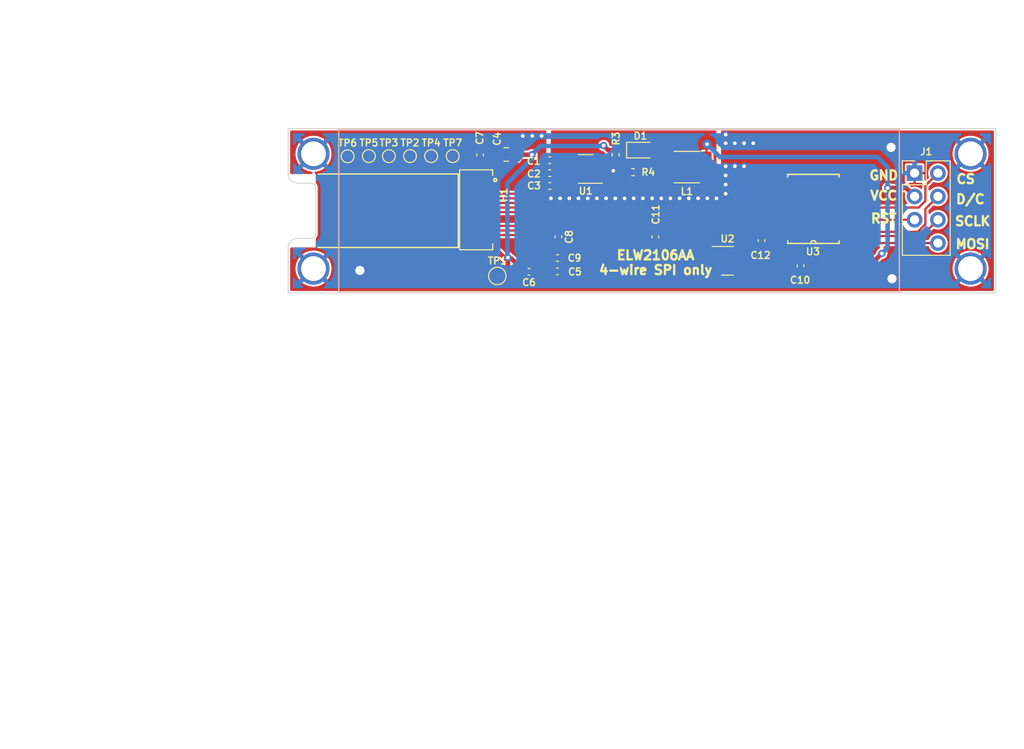
<source format=kicad_pcb>
(kicad_pcb (version 20211014) (generator pcbnew)
  (layers (0 "F.Cu" signal) (31 "B.Cu" signal) (34 "B.Paste" user) (35 "F.Paste" user) (36 "B.SilkS" user "B.Silkscreen") (37 "F.SilkS" user "F.Silkscreen") (38 "B.Mask" user) (39 "F.Mask" user) (44 "Edge.Cuts" user))
  (net 0 "")
  (net 1 "GND")
  (net 2 "+3V3")
  (net 3 "+16V")
  (net 4 "Net-(C9-Pad1)")
  (net 5 "/FRAME_SYNC")
  (net 6 "Net-(D1-Pad2)")
  (net 7 "/OLED_MOSI")
  (net 8 "/OLED_SCLK")
  (net 9 "Net-(R3-Pad2)")
  (net 10 "/OLED_D{slash}C#")
  (net 11 "VCC")
  (net 12 "/OLED_RST")
  (net 13 "/OLED_CS")
  (net 14 "/RESET")
  (net 15 "/D{slash}C")
  (net 16 "/CS")
  (net 17 "/MOSI")
  (net 18 "/SCLK")
  (net 19 "Net-(C5-Pad1)")
  (footprint "Capacitor_SMD:C_0402_1005Metric" (layer "F.Cu") (at 117.16 85.35)
    (fp_text reference "C1" (at -1.749315 0.101533) (layer "F.SilkS") (effects (font (size 0.75 0.75))))
    (fp_text value "1µF")
    (fp_line (start -0.107836 0.36) (end 0.107836 0.36) (layer "F.SilkS") (width 0.12))
    (fp_line (start -0.107836 -0.36) (end 0.107836 -0.36) (layer "F.SilkS") (width 0.12))
    (pad "1" smd roundrect (at -0.48 0) (size 0.56 0.62) (layers "F.Cu" "F.Paste" "F.Mask") (net 1 "GND"))
    (pad "2" smd roundrect (at 0.48 0) (size 0.56 0.62) (layers "F.Cu" "F.Paste" "F.Mask") (net 11 "VCC"))
  )
  (footprint "Diode_SMD:D_SOD-323" (layer "F.Cu") (at 127.025 84.25)
    (fp_text reference "D1" (at 0 -1.55) (layer "F.SilkS") (effects (font (size 0.75 0.75))))
    (fp_text value "1N5819WS")
    (fp_line (start -1.5 -0.85) (end -1.5 0.85) (layer "F.SilkS") (width 0.12))
    (fp_line (start -1.5 0.85) (end 1.05 0.85) (layer "F.SilkS") (width 0.12))
    (fp_line (start -1.5 -0.85) (end 1.05 -0.85) (layer "F.SilkS") (width 0.12))
    (pad "1" smd rect locked (at -1.05 0) (size 0.6 0.45) (layers "F.Cu" "F.Paste" "F.Mask") (net 3 "+16V"))
    (pad "2" smd rect locked (at 1.05 0) (size 0.6 0.45) (layers "F.Cu" "F.Paste" "F.Mask") (net 6 "Net-(D1-Pad2)"))
  )
  (footprint "SN74LVC245ADBRG4:SOP65P780X200-20N" (layer "F.Cu") (at 145.85 90.65 180)
    (fp_text reference "U3" (at 0.05 -4.65 180) (layer "F.SilkS") (effects (font (size 0.75 0.75))))
    (fp_text value "SN74LVC245ADBRG4")
    (fp_line (start 2.794 -3.4798) (end 2.794 -3.7592) (layer "F.SilkS") (width 0.1524))
    (fp_line (start -2.794 -3.7592) (end -2.794 -3.4798) (layer "F.SilkS") (width 0.1524))
    (fp_line (start 2.794 -3.7592) (end 0.3048 -3.7592) (layer "F.SilkS") (width 0.1524))
    (fp_line (start 0.3048 -3.7592) (end -0.3048 -3.7592) (layer "F.SilkS") (width 0.1524))
    (fp_line (start -2.794 3.7592) (end 2.794 3.7592) (layer "F.SilkS") (width 0.1524))
    (fp_line (start -2.794 3.4798) (end -2.794 3.7592) (layer "F.SilkS") (width 0.1524))
    (fp_line (start 2.794 3.7592) (end 2.794 3.4798) (layer "F.SilkS") (width 0.1524))
    (fp_line (start -0.3048 -3.7592) (end -2.794 -3.7592) (layer "F.SilkS") (width 0.1524))
    (fp_arc (start 0.3048 -3.7592) (mid 0 -3.4544) (end -0.3048 -3.7592) (layer "F.SilkS") (width 0.1524))
    (pad "1" smd rect locked (at -3.6322 -2.921 180) (size 1.651 0.4318) (layers "F.Cu" "F.Paste" "F.Mask") (net 1 "GND"))
    (pad "2" smd rect locked (at -3.6322 -2.286 180) (size 1.651 0.4318) (layers "F.Cu" "F.Paste" "F.Mask") (net 17 "/MOSI"))
    (pad "3" smd rect locked (at -3.6322 -1.6256 180) (size 1.651 0.4318) (layers "F.Cu" "F.Paste" "F.Mask") (net 18 "/SCLK"))
    (pad "4" smd rect locked (at -3.6322 -0.9652 180) (size 1.651 0.4318) (layers "F.Cu" "F.Paste" "F.Mask") (net 15 "/D{slash}C"))
    (pad "5" smd rect locked (at -3.6322 -0.3302 180) (size 1.651 0.4318) (layers "F.Cu" "F.Paste" "F.Mask") (net 14 "/RESET"))
    (pad "6" smd rect locked (at -3.6322 0.3302 180) (size 1.651 0.4318) (layers "F.Cu" "F.Paste" "F.Mask") (net 16 "/CS"))
    (pad "7" smd rect locked (at -3.6322 0.9652 180) (size 1.651 0.4318) (layers "F.Cu" "F.Paste" "F.Mask") (net 1 "GND"))
    (pad "8" smd rect locked (at -3.6322 1.6256 180) (size 1.651 0.4318) (layers "F.Cu" "F.Paste" "F.Mask") (net 1 "GND"))
    (pad "9" smd rect locked (at -3.6322 2.286 180) (size 1.651 0.4318) (layers "F.Cu" "F.Paste" "F.Mask") (net 1 "GND"))
    (pad "10" smd rect locked (at -3.6322 2.921 180) (size 1.651 0.4318) (layers "F.Cu" "F.Paste" "F.Mask") (net 1 "GND"))
    (pad "11" smd rect locked (at 3.6322 2.921 180) (size 1.651 0.4318) (layers "F.Cu" "F.Paste" "F.Mask") (net 1 "GND"))
    (pad "12" smd rect locked (at 3.6322 2.286 180) (size 1.651 0.4318) (layers "F.Cu" "F.Paste" "F.Mask") (net 1 "GND"))
    (pad "13" smd rect locked (at 3.6322 1.6256 180) (size 1.651 0.4318) (layers "F.Cu" "F.Paste" "F.Mask") (net 1 "GND"))
    (pad "14" smd rect locked (at 3.6322 0.9652 180) (size 1.651 0.4318) (layers "F.Cu" "F.Paste" "F.Mask") (net 13 "/OLED_CS"))
    (pad "15" smd rect locked (at 3.6322 0.3302 180) (size 1.651 0.4318) (layers "F.Cu" "F.Paste" "F.Mask") (net 12 "/OLED_RST"))
    (pad "16" smd rect locked (at 3.6322 -0.3302 180) (size 1.651 0.4318) (layers "F.Cu" "F.Paste" "F.Mask") (net 10 "/OLED_D{slash}C#"))
    (pad "17" smd rect locked (at 3.6322 -0.9652 180) (size 1.651 0.4318) (layers "F.Cu" "F.Paste" "F.Mask") (net 8 "/OLED_SCLK"))
    (pad "18" smd rect locked (at 3.6322 -1.6256 180) (size 1.651 0.4318) (layers "F.Cu" "F.Paste" "F.Mask") (net 7 "/OLED_MOSI"))
    (pad "19" smd rect locked (at 3.6322 -2.286 180) (size 1.651 0.4318) (layers "F.Cu" "F.Paste" "F.Mask") (net 1 "GND"))
    (pad "20" smd rect locked (at 3.6322 -2.921 180) (size 1.651 0.4318) (layers "F.Cu" "F.Paste" "F.Mask") (net 2 "+3V3"))
  )
  (footprint "TestPoint:TestPoint_Pad_D1.0mm" (layer "F.Cu") (at 97.473529 84.9)
    (fp_text reference "TP5" (at 0 -1.448) (layer "F.SilkS") (effects (font (size 0.75 0.75))))
    (fp_text value "TestPoint")
    (fp_circle (center 0 0) (end 0 0.7) (layer "F.SilkS") (width 0.12) (fill none))
    (pad "1" smd circle (at 0 0) (size 1 1) (layers "F.Cu" "F.Mask") (net 8 "/OLED_SCLK"))
  )
  (footprint "Inductor_SMD:L_1812_4532Metric" (layer "F.Cu") (at 132.075 86.1 180)
    (fp_text reference "L1" (at 0 -2.65) (layer "F.SilkS") (effects (font (size 0.75 0.75))))
    (fp_text value "22µH")
    (fp_line (start -1.386252 1.71) (end 1.386252 1.71) (layer "F.SilkS") (width 0.12))
    (fp_line (start -1.386252 -1.71) (end 1.386252 -1.71) (layer "F.SilkS") (width 0.12))
    (pad "1" smd roundrect (at -2.1375 0 180) (size 1.125 3.4) (layers "F.Cu" "F.Paste" "F.Mask") (roundrect_rratio 0.2222222222) (net 11 "VCC"))
    (pad "2" smd roundrect (at 2.1375 0 180) (size 1.125 3.4) (layers "F.Cu" "F.Paste" "F.Mask") (roundrect_rratio 0.2222222222) (net 6 "Net-(D1-Pad2)"))
  )
  (footprint "Capacitor_SMD:C_0402_1005Metric" (layer "F.Cu") (at 144.45 96.85 90)
    (fp_text reference "C10" (at -1.55 -0.05) (layer "F.SilkS") (effects (font (size 0.75 0.75))))
    (fp_text value "1µF")
    (fp_line (start -0.107836 -0.36) (end 0.107836 -0.36) (layer "F.SilkS") (width 0.12))
    (fp_line (start -0.107836 0.36) (end 0.107836 0.36) (layer "F.SilkS") (width 0.12))
    (pad "1" smd roundrect (at -0.48 0 90) (size 0.56 0.62) (layers "F.Cu" "F.Paste" "F.Mask") (net 1 "GND"))
    (pad "2" smd roundrect (at 0.48 0 90) (size 0.56 0.62) (layers "F.Cu" "F.Paste" "F.Mask") (net 11 "VCC"))
  )
  (footprint "Capacitor_SMD:C_0402_1005Metric" (layer "F.Cu") (at 109.575 84.775 -90)
    (fp_text reference "C7" (at -1.85 0.025 90) (layer "F.SilkS") (effects (font (size 0.75 0.75))))
    (fp_text value "4.7µF")
    (fp_line (start -0.107836 0.36) (end 0.107836 0.36) (layer "F.SilkS") (width 0.12))
    (fp_line (start -0.107836 -0.36) (end 0.107836 -0.36) (layer "F.SilkS") (width 0.12))
    (pad "1" smd roundrect (at -0.48 0 270) (size 0.56 0.62) (layers "F.Cu" "F.Paste" "F.Mask") (net 1 "GND"))
    (pad "2" smd roundrect (at 0.48 0 270) (size 0.56 0.62) (layers "F.Cu" "F.Paste" "F.Mask") (net 3 "+16V"))
  )
  (footprint "Resistor_SMD:R_0402_1005Metric" (layer "F.Cu") (at 124.325 84.75 -90)
    (fp_text reference "R3" (at -1.75 -0.05 90) (layer "F.SilkS") (effects (font (size 0.75 0.75))))
    (fp_text value "1.4M")
    (fp_line (start -0.153641 -0.38) (end 0.153641 -0.38) (layer "F.SilkS") (width 0.12))
    (fp_line (start -0.153641 0.38) (end 0.153641 0.38) (layer "F.SilkS") (width 0.12))
    (pad "1" smd roundrect (at -0.51 0 270) (size 0.54 0.64) (layers "F.Cu" "F.Paste" "F.Mask") (net 3 "+16V"))
    (pad "2" smd roundrect (at 0.51 0 270) (size 0.54 0.64) (layers "F.Cu" "F.Paste" "F.Mask") (net 9 "Net-(R3-Pad2)"))
  )
  (footprint "Resistor_SMD:R_0402_1005Metric" (layer "F.Cu") (at 126.225 86.65 180)
    (fp_text reference "R4" (at -1.65 0) (layer "F.SilkS") (effects (font (size 0.75 0.75))))
    (fp_text value "71.5k")
    (fp_line (start -0.153641 0.38) (end 0.153641 0.38) (layer "F.SilkS") (width 0.12))
    (fp_line (start -0.153641 -0.38) (end 0.153641 -0.38) (layer "F.SilkS") (width 0.12))
    (pad "1" smd roundrect (at -0.51 0 180) (size 0.54 0.64) (layers "F.Cu" "F.Paste" "F.Mask") (net 9 "Net-(R3-Pad2)"))
    (pad "2" smd roundrect (at 0.51 0 180) (size 0.54 0.64) (layers "F.Cu" "F.Paste" "F.Mask") (net 1 "GND"))
  )
  (footprint "ELW2106AA:MOLEX_503480-1400" (layer "F.Cu") (at 109.15 90.75 -90)
    (fp_text reference "H1" (at -1.611205 -3.010235 90) (layer "F.SilkS") (effects (font (size 0.75 0.75))))
    (fp_text value "ELW2106AA")
    (fp_line (start 3.7 -1.8) (end 4.35 -1.8) (layer "F.SilkS") (width 0.127))
    (fp_line (start -4.35 1.8) (end 4.35 1.8) (layer "F.SilkS") (width 0.127))
    (fp_line (start -3.75 -1.8) (end -4.35 -1.8) (layer "F.SilkS") (width 0.127))
    (fp_line (start -4.35 -1.8) (end -4.35 1.8) (layer "F.SilkS") (width 0.127))
    (fp_line (start 4.35 -1.8) (end 4.35 1.8) (layer "F.SilkS") (width 0.127))
    (fp_circle (center -3.25 -2.073) (end -3.175 -2.073) (layer "F.SilkS") (width 0.175) (fill none))
    (pad "1" smd rect (at -3.25 -1.5 270) (size 0.3 0.7) (layers "F.Cu" "F.Paste" "F.Mask") (net 3 "+16V"))
    (pad "2" smd rect (at -2.75 -1.5 270) (size 0.3 0.7) (layers "F.Cu" "F.Paste" "F.Mask") (net 1 "GND"))
    (pad "3" smd rect (at -2.25 -1.5 270) (size 0.3 0.7) (layers "F.Cu" "F.Paste" "F.Mask") (net 5 "/FRAME_SYNC"))
    (pad "4" smd rect (at -1.75 -1.5 270) (size 0.3 0.7) (layers "F.Cu" "F.Paste" "F.Mask") (net 13 "/OLED_CS"))
    (pad "5" smd rect (at -1.25 -1.5 270) (size 0.3 0.7) (layers "F.Cu" "F.Paste" "F.Mask") (net 12 "/OLED_RST"))
    (pad "6" smd rect (at -0.75 -1.5 270) (size 0.3 0.7) (layers "F.Cu" "F.Paste" "F.Mask") (net 10 "/OLED_D{slash}C#"))
    (pad "7" smd rect (at -0.25 -1.5 270) (size 0.3 0.7) (layers "F.Cu" "F.Paste" "F.Mask") (net 8 "/OLED_SCLK"))
    (pad "8" smd rect (at 0.25 -1.5 270) (size 0.3 0.7) (layers "F.Cu" "F.Paste" "F.Mask") (net 7 "/OLED_MOSI"))
    (pad "9" smd rect (at 0.75 -1.5 270) (size 0.3 0.7) (layers "F.Cu" "F.Paste" "F.Mask") (net 1 "GND"))
    (pad "10" smd rect (at 1.25 -1.5 270) (size 0.3 0.7) (layers "F.Cu" "F.Paste" "F.Mask") (net 1 "GND"))
    (pad "11" smd rect (at 1.75 -1.5 270) (size 0.3 0.7) (layers "F.Cu" "F.Paste" "F.Mask") (net 2 "+3V3"))
    (pad "12" smd rect (at 2.25 -1.5 270) (size 0.3 0.7) (layers "F.Cu" "F.Paste" "F.Mask") (net 4 "Net-(C9-Pad1)"))
    (pad "13" smd rect (at 2.75 -1.5 270) (size 0.3 0.7) (layers "F.Cu" "F.Paste" "F.Mask") (net 19 "Net-(C5-Pad1)"))
    (pad "14" smd rect (at 3.25 -1.5 270) (size 0.3 0.7) (layers "F.Cu" "F.Paste" "F.Mask") (net 3 "+16V"))
    (pad "S1" smd rect (at -4.04 1.15 270) (size 0.3 1) (layers "F.Cu" "F.Paste" "F.Mask"))
    (pad "S2" smd rect (at 4.04 1.15 270) (size 0.3 1) (layers "F.Cu" "F.Paste" "F.Mask"))
  )
  (footprint "TestPoint:TestPoint_Pad_D1.0mm" (layer "F.Cu") (at 99.65 84.9)
    (fp_text reference "TP3" (at 0 -1.448) (layer "F.SilkS") (effects (font (size 0.75 0.75))))
    (fp_text value "TestPoint")
    (fp_circle (center 0 0) (end 0 0.7) (layer "F.SilkS") (width 0.12) (fill none))
    (pad "1" smd circle (at 0 0) (size 1 1) (layers "F.Cu" "F.Mask") (net 10 "/OLED_D{slash}C#"))
  )
  (footprint "Capacitor_SMD:C_0402_1005Metric" (layer "F.Cu") (at 117.16 88.15)
    (fp_text reference "C3" (at -1.71 -0.025) (layer "F.SilkS") (effects (font (size 0.75 0.75))))
    (fp_text value "1µF")
    (fp_line (start -0.107836 -0.36) (end 0.107836 -0.36) (layer "F.SilkS") (width 0.12))
    (fp_line (start -0.107836 0.36) (end 0.107836 0.36) (layer "F.SilkS") (width 0.12))
    (pad "1" smd roundrect (at -0.48 0) (size 0.56 0.62) (layers "F.Cu" "F.Paste" "F.Mask") (net 1 "GND"))
    (pad "2" smd roundrect (at 0.48 0) (size 0.56 0.62) (layers "F.Cu" "F.Paste" "F.Mask") (net 11 "VCC"))
  )
  (footprint "Package_TO_SOT_SMD:SOT-23-6" (layer "F.Cu") (at 121.075 86.3 180)
    (fp_text reference "U1" (at 0 -2.4) (layer "F.SilkS") (effects (font (size 0.75 0.75))))
    (fp_text value "MT3608")
    (fp_line (start 0 -1.56) (end 0.8 -1.56) (layer "F.SilkS") (width 0.12))
    (fp_line (start 0 -1.56) (end -1.8 -1.56) (layer "F.SilkS") (width 0.12))
    (fp_line (start 0 1.56) (end -0.8 1.56) (layer "F.SilkS") (width 0.12))
    (fp_line (start 0 1.56) (end 0.8 1.56) (layer "F.SilkS") (width 0.12))
    (pad "1" smd roundrect locked (at -1.1375 -0.95 180) (size 1.325 0.6) (layers "F.Cu" "F.Paste" "F.Mask") (net 6 "Net-(D1-Pad2)"))
    (pad "2" smd roundrect locked (at -1.1375 0 180) (size 1.325 0.6) (layers "F.Cu" "F.Paste" "F.Mask") (net 1 "GND"))
    (pad "3" smd roundrect locked (at -1.1375 0.95 180) (size 1.325 0.6) (layers "F.Cu" "F.Paste" "F.Mask") (net 9 "Net-(R3-Pad2)"))
    (pad "4" smd roundrect locked (at 1.1375 0.95 180) (size 1.325 0.6) (layers "F.Cu" "F.Paste" "F.Mask") (net 11 "VCC"))
    (pad "5" smd roundrect locked (at 1.1375 0 180) (size 1.325 0.6) (layers "F.Cu" "F.Paste" "F.Mask") (net 11 "VCC"))
    (pad "6" smd roundrect locked (at 1.1375 -0.95 180) (size 1.325 0.6) (layers "F.Cu" "F.Paste" "F.Mask"))
  )
  (footprint "Capacitor_SMD:C_0402_1005Metric" (layer "F.Cu") (at 114.9 97.5 180)
    (fp_text reference "C6" (at 0 -1.16) (layer "F.SilkS") (effects (font (size 0.75 0.75))))
    (fp_text value "4.7µF")
    (fp_line (start -0.107836 -0.36) (end 0.107836 -0.36) (layer "F.SilkS") (width 0.12))
    (fp_line (start -0.107836 0.36) (end 0.107836 0.36) (layer "F.SilkS") (width 0.12))
    (pad "1" smd roundrect (at -0.48 0 180) (size 0.56 0.62) (layers "F.Cu" "F.Paste" "F.Mask") (net 1 "GND"))
    (pad "2" smd roundrect (at 0.48 0 180) (size 0.56 0.62) (layers "F.Cu" "F.Paste" "F.Mask") (net 3 "+16V"))
  )
  (footprint "Capacitor_SMD:C_0805_2012Metric" (layer "F.Cu") (at 112.425 84.725)
    (fp_text reference "C4" (at -1 -1.7 90) (layer "F.SilkS") (effects (font (size 0.75 0.75))))
    (fp_text value "22µF")
    (fp_line (start -0.261252 0.735) (end 0.261252 0.735) (layer "F.SilkS") (width 0.12))
    (fp_line (start -0.261252 -0.735) (end 0.261252 -0.735) (layer "F.SilkS") (width 0.12))
    (pad "1" smd roundrect locked (at -0.95 0) (size 1 1.45) (layers "F.Cu" "F.Paste" "F.Mask") (net 1 "GND"))
    (pad "2" smd roundrect locked (at 0.95 0) (size 1 1.45) (layers "F.Cu" "F.Paste" "F.Mask") (net 3 "+16V"))
  )
  (footprint "TestPoint:TestPoint_Pad_D1.0mm" (layer "F.Cu") (at 104.25 84.9)
    (fp_text reference "TP4" (at 0 -1.448) (layer "F.SilkS") (effects (font (size 0.75 0.75))))
    (fp_text value "TestPoint")
    (fp_circle (center 0 0) (end 0 0.7) (layer "F.SilkS") (width 0.12) (fill none))
    (pad "1" smd circle (at 0 0) (size 1 1) (layers "F.Cu" "F.Mask") (net 13 "/OLED_CS"))
  )
  (footprint "TestPoint:TestPoint_Pad_D1.0mm" (layer "F.Cu") (at 101.95 84.9)
    (fp_text reference "TP2" (at 0 -1.448) (layer "F.SilkS") (effects (font (size 0.75 0.75))))
    (fp_text value "TestPoint")
    (fp_circle (center 0 0) (end 0 0.7) (layer "F.SilkS") (width 0.12) (fill none))
    (pad "1" smd circle (at 0 0) (size 1 1) (layers "F.Cu" "F.Mask") (net 12 "/OLED_RST"))
  )
  (footprint "TestPoint:TestPoint_Pad_D1.0mm" (layer "F.Cu") (at 106.6 84.9)
    (fp_text reference "TP7" (at 0 -1.448) (layer "F.SilkS") (effects (font (size 0.75 0.75))))
    (fp_text value "TestPoint")
    (fp_circle (center 0 0) (end 0 0.7) (layer "F.SilkS") (width 0.12) (fill none))
    (pad "1" smd circle (at 0 0) (size 1 1) (layers "F.Cu" "F.Mask") (net 5 "/FRAME_SYNC"))
  )
  (footprint "Capacitor_SMD:C_0402_1005Metric" (layer "F.Cu") (at 118.1 93.7 -90)
    (fp_text reference "C8" (at 0 -1.16 90) (layer "F.SilkS") (effects (font (size 0.75 0.75))))
    (fp_text value "1µF")
    (fp_line (start -0.107836 -0.36) (end 0.107836 -0.36) (layer "F.SilkS") (width 0.12))
    (fp_line (start -0.107836 0.36) (end 0.107836 0.36) (layer "F.SilkS") (width 0.12))
    (pad "1" smd roundrect (at -0.48 0 270) (size 0.56 0.62) (layers "F.Cu" "F.Paste" "F.Mask") (net 2 "+3V3"))
    (pad "2" smd roundrect (at 0.48 0 270) (size 0.56 0.62) (layers "F.Cu" "F.Paste" "F.Mask") (net 1 "GND"))
  )
  (footprint "Capacitor_SMD:C_0402_1005Metric" (layer "F.Cu") (at 117.16 86.75)
    (fp_text reference "C2" (at -1.722979 0.088549) (layer "F.SilkS") (effects (font (size 0.75 0.75))))
    (fp_text value "1µF")
    (fp_line (start -0.107836 0.36) (end 0.107836 0.36) (layer "F.SilkS") (width 0.12))
    (fp_line (start -0.107836 -0.36) (end 0.107836 -0.36) (layer "F.SilkS") (width 0.12))
    (pad "1" smd roundrect (at -0.48 0) (size 0.56 0.62) (layers "F.Cu" "F.Paste" "F.Mask") (net 1 "GND"))
    (pad "2" smd roundrect (at 0.48 0) (size 0.56 0.62) (layers "F.Cu" "F.Paste" "F.Mask") (net 11 "VCC"))
  )
  (footprint "Capacitor_SMD:C_0402_1005Metric" (layer "F.Cu") (at 118 97.45)
    (fp_text reference "C5" (at 1.9 0.05) (layer "F.SilkS") (effects (font (size 0.75 0.75))))
    (fp_text value "4.7µF")
    (fp_line (start -0.107836 0.36) (end 0.107836 0.36) (layer "F.SilkS") (width 0.12))
    (fp_line (start -0.107836 -0.36) (end 0.107836 -0.36) (layer "F.SilkS") (width 0.12))
    (pad "1" smd roundrect (at -0.48 0) (size 0.56 0.62) (layers "F.Cu" "F.Paste" "F.Mask") (net 19 "Net-(C5-Pad1)"))
    (pad "2" smd roundrect (at 0.48 0) (size 0.56 0.62) (layers "F.Cu" "F.Paste" "F.Mask") (net 1 "GND"))
  )
  (footprint "TestPoint:TestPoint_Pad_D1.0mm" (layer "F.Cu") (at 95.165 84.92)
    (fp_text reference "TP6" (at 0 -1.448) (layer "F.SilkS") (effects (font (size 0.75 0.75))))
    (fp_text value "TestPoint")
    (fp_circle (center 0 0) (end 0 0.7) (layer "F.SilkS") (width 0.12) (fill none))
    (pad "1" smd circle (at 0 0) (size 1 1) (layers "F.Cu" "F.Mask") (net 7 "/OLED_MOSI"))
  )
  (footprint "Package_TO_SOT_SMD:SOT-23" (layer "F.Cu") (at 136.5 96.3)
    (fp_text reference "U2" (at 0 -2.4) (layer "F.SilkS") (effects (font (size 0.75 0.75))))
    (fp_text value "XC6206P332MR")
    (fp_line (start 0 1.56) (end -0.65 1.56) (layer "F.SilkS") (width 0.12))
    (fp_line (start 0 -1.56) (end 0.65 -1.56) (layer "F.SilkS") (width 0.12))
    (fp_line (start 0 1.56) (end 0.65 1.56) (layer "F.SilkS") (width 0.12))
    (fp_line (start 0 -1.56) (end -1.675 -1.56) (layer "F.SilkS") (width 0.12))
    (pad "1" smd roundrect (at -0.9375 -0.95) (size 1.475 0.6) (layers "F.Cu" "F.Paste" "F.Mask") (net 1 "GND"))
    (pad "2" smd roundrect (at -0.9375 0.95) (size 1.475 0.6) (layers "F.Cu" "F.Paste" "F.Mask") (net 2 "+3V3"))
    (pad "3" smd roundrect (at 0.9375 0) (size 1.475 0.6) (layers "F.Cu" "F.Paste" "F.Mask") (net 11 "VCC"))
  )
  (footprint "Capacitor_SMD:C_0402_1005Metric" (layer "F.Cu") (at 140.2 94.1 90)
    (fp_text reference "C12" (at -1.6 -0.1 180) (layer "F.SilkS") (effects (font (size 0.75 0.75))))
    (fp_text value "100nF")
    (fp_line (start -0.107836 -0.36) (end 0.107836 -0.36) (layer "F.SilkS") (width 0.12))
    (fp_line (start -0.107836 0.36) (end 0.107836 0.36) (layer "F.SilkS") (width 0.12))
    (pad "1" smd roundrect (at -0.48 0 90) (size 0.56 0.62) (layers "F.Cu" "F.Paste" "F.Mask") (net 1 "GND"))
    (pad "2" smd roundrect (at 0.48 0 90) (size 0.56 0.62) (layers "F.Cu" "F.Paste" "F.Mask") (net 2 "+3V3"))
  )
  (footprint "Capacitor_SMD:C_0402_1005Metric" (layer "F.Cu") (at 118 96)
    (fp_text reference "C9" (at 1.85 0) (layer "F.SilkS") (effects (font (size 0.75 0.75))))
    (fp_text value "1µF")
    (fp_line (start -0.107836 -0.36) (end 0.107836 -0.36) (layer "F.SilkS") (width 0.12))
    (fp_line (start -0.107836 0.36) (end 0.107836 0.36) (layer "F.SilkS") (width 0.12))
    (pad "1" smd roundrect (at -0.48 0) (size 0.56 0.62) (layers "F.Cu" "F.Paste" "F.Mask") (net 4 "Net-(C9-Pad1)"))
    (pad "2" smd roundrect (at 0.48 0) (size 0.56 0.62) (layers "F.Cu" "F.Paste" "F.Mask") (net 1 "GND"))
  )
  (footprint "TestPoint:TestPoint_Pad_D1.5mm" (layer "F.Cu") (at 111.45 97.95)
    (fp_text reference "TP1" (at 0 -1.648) (layer "F.SilkS") (effects (font (size 0.75 0.75))))
    (fp_text value "TestPoint")
    (fp_circle (center 0 0) (end 0 0.95) (layer "F.SilkS") (width 0.12) (fill none))
    (pad "1" smd circle (at 0 0) (size 1.5 1.5) (layers "F.Cu" "F.Mask") (net 3 "+16V"))
  )
  (footprint "custom:PinHeader_2x04_P2.54mm_Vertical-custom" (layer "F.Cu") (at 156.86 86.75)
    (fp_text reference "J1" (at 1.27 -2.33) (layer "F.SilkS") (effects (font (size 0.75 0.75))))
    (fp_text value "Conn_02x04_Male-custom")
    (fp_line (start -1.33 1.27) (end 1.27 1.27) (layer "F.SilkS") (width 0.12))
    (fp_line (start 3.87 -1.33) (end 3.87 8.95) (layer "F.SilkS") (width 0.12))
    (fp_line (start -1.33 8.95) (end 3.87 8.95) (layer "F.SilkS") (width 0.12))
    (fp_line (start -1.33 0) (end -1.33 -1.33) (layer "F.SilkS") (width 0.12))
    (fp_line (start -1.33 1.27) (end -1.33 8.95) (layer "F.SilkS") (width 0.12))
    (fp_line (start 1.27 1.27) (end 1.27 -1.33) (layer "F.SilkS") (width 0.12))
    (fp_line (start -1.33 -1.33) (end 0 -1.33) (layer "F.SilkS") (width 0.12))
    (fp_line (start 1.27 -1.33) (end 3.87 -1.33) (layer "F.SilkS") (width 0.12))
    (pad "1" thru_hole rect (at 0 0) (size 1.7 1.7) (drill 1) (layers *.Cu *.Mask) (net 1 "GND"))
    (pad "2" thru_hole oval (at 0 2.54) (size 1.7 1.7) (drill 1) (layers *.Cu *.Mask) (net 11 "VCC"))
    (pad "3" thru_hole oval (at 0 5.08) (size 1.7 1.7) (drill 1) (layers *.Cu *.Mask) (net 14 "/RESET"))
    (pad "4" thru_hole oval (at 2.54 0) (size 1.7 1.7) (drill 1) (layers *.Cu *.Mask) (net 16 "/CS"))
    (pad "5" thru_hole oval (at 2.54 2.54) (size 1.7 1.7) (drill 1) (layers *.Cu *.Mask) (net 15 "/D{slash}C"))
    (pad "6" thru_hole oval (at 2.54 5.08) (size 1.7 1.7) (drill 1) (layers *.Cu *.Mask) (net 18 "/SCLK"))
    (pad "7" thru_hole oval (at 2.54 7.62) (size 1.7 1.7) (drill 1) (layers *.Cu *.Mask) (net 17 "/MOSI"))
  )
  (footprint "Capacitor_SMD:C_0402_1005Metric" (layer "F.Cu") (at 128.65 93.7 90)
    (fp_text reference "C11" (at 2.45 0.05 90) (layer "F.SilkS") (effects (font (size 0.75 0.75))))
    (fp_text value "1µF")
    (fp_line (start -0.107836 0.36) (end 0.107836 0.36) (layer "F.SilkS") (width 0.12))
    (fp_line (start -0.107836 -0.36) (end 0.107836 -0.36) (layer "F.SilkS") (width 0.12))
    (pad "1" smd roundrect (at -0.48 0 90) (size 0.56 0.62) (layers "F.Cu" "F.Paste" "F.Mask") (net 1 "GND"))
    (pad "2" smd roundrect (at 0.48 0 90) (size 0.56 0.62) (layers "F.Cu" "F.Paste" "F.Mask") (net 2 "+3V3"))
  )
  (footprint "custom:MountingHole_2.7mm_M2.5_Custom_Pad" (layer "B.Cu") (at 162.95 84.65 180)
    (fp_text reference "MH4" hide)
    (fp_text value "MountingHole_Pad" hide)
    (pad "1" thru_hole circle (at 0 0 180) (size 3.5 3.5) (drill 2.7) (layers *.Cu *.Mask) (net 1 "GND"))
  )
  (footprint "custom:MountingHole_2.7mm_M2.5_Custom_Pad" (layer "B.Cu") (at 91.45 97.15 180)
    (fp_text reference "MH1" hide)
    (fp_text value "MountingHole_Pad" hide)
    (pad "1" thru_hole circle (at 0 0 180) (size 3.5 3.5) (drill 2.7) (layers *.Cu *.Mask) (net 1 "GND"))
  )
  (footprint "custom:MountingHole_2.7mm_M2.5_Custom_Pad" (layer "B.Cu") (at 162.95 97.15 180)
    (fp_text reference "MH3" hide)
    (fp_text value "MountingHole_Pad" hide)
    (pad "1" thru_hole circle (at 0 0 180) (size 3.5 3.5) (drill 2.7) (layers *.Cu *.Mask) (net 1 "GND"))
  )
  (footprint "custom:MountingHole_2.7mm_M2.5_Custom_Pad" (layer "B.Cu") (at 91.45 84.65 180)
    (fp_text reference "MH2" hide)
    (fp_text value "MountingHole_Pad" hide)
    (pad "1" thru_hole circle (at 0 0 180) (size 3.5 3.5) (drill 2.7) (layers *.Cu *.Mask) (net 1 "GND"))
  )
  (gr_rect (start 94.2 99.722145) (end 155.2 81.977856) (layer "B.SilkS") (width 0.15) (fill none))
  (gr_line (start 107.2 94.85) (end 107.2 86.85) (layer "F.SilkS") (width 0.15))
  (gr_line (start 91.95 94.85) (end 107.2 94.85) (layer "F.SilkS") (width 0.15))
  (gr_line (start 107.2 86.85) (end 91.95 86.85) (layer "F.SilkS") (width 0.15))
  (gr_line (start 165.7 81.9) (end 88.7 81.9) (layer "Edge.Cuts") (width 0.1))
  (gr_line (start 91.7 88.35) (end 91.7 93.35) (layer "Edge.Cuts") (width 0.1))
  (gr_arc (start 91.7 93.35) (mid 91.553553 93.703553) (end 91.2 93.85) (layer "Edge.Cuts") (width 0.1))
  (gr_line (start 88.7 99.8) (end 165.7 99.8) (layer "Edge.Cuts") (width 0.1))
  (gr_line (start 91.2 93.85) (end 89.7 93.85) (layer "Edge.Cuts") (width 0.1))
  (gr_arc (start 91.2 87.85) (mid 91.553553 87.996447) (end 91.7 88.35) (layer "Edge.Cuts") (width 0.1))
  (gr_line (start 88.7 99.8) (end 88.7 94.85) (layer "Edge.Cuts") (width 0.1))
  (gr_line (start 165.7 99.8) (end 165.7 81.9) (layer "Edge.Cuts") (width 0.1))
  (gr_line (start 91.2 87.85) (end 89.7 87.85) (layer "Edge.Cuts") (width 0.1))
  (gr_arc (start 88.7 94.85) (mid 88.992893 94.142893) (end 89.7 93.85) (layer "Edge.Cuts") (width 0.1))
  (gr_arc (start 89.7 87.85) (mid 88.992893 87.557107) (end 88.7 86.85) (layer "Edge.Cuts") (width 0.1))
  (gr_line (start 88.7 86.85) (end 88.7 81.9) (layer "Edge.Cuts") (width 0.1))
  (gr_text "ELW2106AA\n4-wire SPI only" (at 128.675 96.5) (layer "F.SilkS") (effects (font (size 1 1) (thickness 0.25))))
  (gr_text "GND" (at 153.5 87) (layer "F.SilkS") (effects (font (size 1 1) (thickness 0.25))))
  (gr_text "D/C\n" (at 162.925 89.6) (layer "F.SilkS") (effects (font (size 1 1) (thickness 0.25))))
  (gr_text "CS" (at 162.425 87.4) (layer "F.SilkS") (effects (font (size 1 1) (thickness 0.25))))
  (gr_text "RST" (at 153.5 91.7) (layer "F.SilkS") (effects (font (size 1 1) (thickness 0.25))))
  (gr_text "SCLK\n" (at 163.175 91.988205) (layer "F.SilkS") (effects (font (size 1 1) (thickness 0.25))))
  (gr_text "VCC" (at 153.5 89.2) (layer "F.SilkS") (effects (font (size 1 1) (thickness 0.25))))
  (gr_text "MOSI\n" (at 163.175 94.488205) (layer "F.SilkS") (effects (font (size 1 1) (thickness 0.25))))
  (segment (start 110.65 91.5) (end 110.65 92) (width 0.25) (layer "F.Cu") (net 1))
  (segment (start 124.075 86.5) (end 124.225 86.65) (width 0.25) (layer "F.Cu") (net 1))
  (segment (start 124.075 86.5) (end 123.875 86.3) (width 0.25) (layer "F.Cu") (net 1))
  (segment (start 124.225 86.65) (end 125.715 86.65) (width 0.25) (layer "F.Cu") (net 1))
  (segment (start 123.875 86.3) (end 122.5995 86.3) (width 0.25) (layer "F.Cu") (net 1))
  (via (at 122.288196 89.5) (size 0.8) (drill 0.4) (layers "F.Cu" "B.Cu") (net 1))
  (via (at 136.3 82.560414) (size 0.8) (drill 0.4) (layers "F.Cu" "B.Cu") (net 1))
  (via (at 139.3 83.5) (size 0.8) (drill 0.4) (layers "F.Cu" "B.Cu") (net 1))
  (via (at 138.3 86) (size 0.8) (drill 0.4) (layers "F.Cu" "B.Cu") (net 1))
  (via (at 137.3 86) (size 0.8) (drill 0.4) (layers "F.Cu" "B.Cu") (net 1))
  (via (at 134.2983 89.5) (size 0.8) (drill 0.4) (layers "F.Cu" "B.Cu") (net 1))
  (via (at 136.3 83.5) (size 0.8) (drill 0.4) (layers "F.Cu" "B.Cu") (net 1))
  (via (at 124.075 86.5) (size 0.8) (drill 0.4) (layers "F.Cu" "B.Cu") (net 1))
  (via (at 123.289038 89.5) (size 0.8) (drill 0.4) (layers "F.Cu" "B.Cu") (net 1))
  (via (at 124.28988 89.5) (size 0.8) (drill 0.4) (layers "F.Cu" "B.Cu") (net 1))
  (via (at 135.299142 89.5) (size 0.8) (drill 0.4) (layers "F.Cu" "B.Cu") (net 1))
  (via (at 117.283986 89.5) (size 0.8) (drill 0.4) (layers "F.Cu" "B.Cu") (net 1))
  (via (at 133.297458 89.5) (size 0.8) (drill 0.4) (layers "F.Cu" "B.Cu") (net 1))
  (via (at 118.284828 89.5) (size 0.8) (drill 0.4) (layers "F.Cu" "B.Cu") (net 1))
  (via (at 126.291564 89.5) (size 0.8) (drill 0.4) (layers "F.Cu" "B.Cu") (net 1))
  (via (at 136.3 87) (size 0.8) (drill 0.4) (layers "F.Cu" "B.Cu") (net 1))
  (via (at 125.290722 89.5) (size 0.8) (drill 0.4) (layers "F.Cu" "B.Cu") (net 1))
  (via (at 130.294932 89.5) (size 0.8) (drill 0.4) (layers "F.Cu" "B.Cu") (net 1))
  (via (at 120.286512 89.5) (size 0.8) (drill 0.4) (layers "F.Cu" "B.Cu") (net 1))
  (via (at 96.5 97.35) (size 2) (drill 1) (layers "F.Cu" "B.Cu") (net 1))
  (via (at 129.29409 89.5) (size 0.8) (drill 0.4) (layers "F.Cu" "B.Cu") (net 1))
  (via (at 115.25 82.7) (size 0.8) (drill 0.4) (layers "F.Cu" "B.Cu") (net 1))
  (via (at 136.3 88) (size 0.8) (drill 0.4) (layers "F.Cu" "B.Cu") (net 1))
  (via (at 128.293248 89.5) (size 0.8) (drill 0.4) (layers "F.Cu" "B.Cu") (net 1))
  (via (at 116.275 82.7) (size 0.8) (drill 0.4) (layers "F.Cu" "B.Cu") (net 1))
  (via (at 121.287354 89.5) (size 0.8) (drill 0.4) (layers "F.Cu" "B.Cu") (net 1))
  (via (at 131.295774 89.5) (size 0.8) (drill 0.4) (layers "F.Cu" "B.Cu") (net 1))
  (via (at 119.28567 89.5) (size 0.8) (drill 0.4) (layers "F.Cu" "B.Cu") (net 1))
  (via (at 154.4 98.25) (size 2) (drill 1) (layers "F.Cu" "B.Cu") (net 1))
  (via (at 137.3 83.5) (size 0.8) (drill 0.4) (layers "F.Cu" "B.Cu") (net 1))
  (via (at 127.292406 89.5) (size 0.8) (drill 0.4) (layers "F.Cu" "B.Cu") (net 1))
  (via (at 136.3 86) (size 0.8) (drill 0.4) (layers "F.Cu" "B.Cu") (net 1))
  (via (at 154.3 83.95) (size 2) (drill 1) (layers "F.Cu" "B.Cu") (net 1))
  (via (at 136.3 89) (size 0.8) (drill 0.4) (layers "F.Cu" "B.Cu") (net 1))
  (via (at 114.225 82.7) (size 0.8) (drill 0.4) (layers "F.Cu" "B.Cu") (net 1))
  (via (at 132.296616 89.5) (size 0.8) (drill 0.4) (layers "F.Cu" "B.Cu") (net 1))
  (via (at 138.3 83.5) (size 0.8) (drill 0.4) (layers "F.Cu" "B.Cu") (net 1))
  (segment (start 134.1125 93.5) (end 134.25625 93.64375) (width 0.5) (layer "F.Cu") (net 2))
  (segment (start 133.5 93.5) (end 134.1125 93.5) (width 0.5) (layer "F.Cu") (net 2))
  (segment (start 134.325 93.575) (end 134.25625 93.64375) (width 0.25) (layer "F.Cu") (net 2))
  (segment (start 115.17 93.22) (end 118.1 93.22) (width 0.5) (layer "F.Cu") (net 2))
  (segment (start 134.25625 93.64375) (end 134.25625 95.94375) (width 0.5) (layer "F.Cu") (net 2))
  (segment (start 114.5 92.55) (end 115.17 93.22) (width 0.5) (layer "F.Cu") (net 2))
  (segment (start 133.5 93.5) (end 133.2 93.2) (width 0.5) (layer "F.Cu") (net 2))
  (segment (start 142.9875 93.575) (end 134.325 93.575) (width 0.25) (layer "F.Cu") (net 2))
  (segment (start 114.5 92.5) (end 110.65 92.5) (width 0.25) (layer "F.Cu") (net 2))
  (segment (start 133.2 93.2) (end 128.67 93.2) (width 0.5) (layer "F.Cu") (net 2))
  (segment (start 128.65 93.22) (end 118.1 93.22) (width 0.5) (layer "F.Cu") (net 2))
  (segment (start 134.25625 95.94375) (end 135.6625 97.35) (width 0.5) (layer "F.Cu") (net 2))
  (segment (start 112.3 96.05) (end 112.97 96.05) (width 0.5) (layer "F.Cu") (net 3))
  (segment (start 123.525 84.25) (end 124.425 84.25) (width 0.5) (layer "F.Cu") (net 3))
  (segment (start 112.97 96.05) (end 114.42 97.5) (width 0.5) (layer "F.Cu") (net 3))
  (segment (start 124.585 84.25) (end 124.575 84.24) (width 0.5) (layer "F.Cu") (net 3))
  (segment (start 115.225 84.75) (end 113.4 84.75) (width 0.5) (layer "F.Cu") (net 3))
  (segment (start 109.575 85.361) (end 111.157 86.943) (width 0.5) (layer "F.Cu") (net 3))
  (segment (start 112.6 96.8) (end 111.45 97.95) (width 0.5) (layer "F.Cu") (net 3))
  (segment (start 123.025 83.75) (end 123.525 84.25) (width 0.5) (layer "F.Cu") (net 3))
  (segment (start 113.4 84.75) (end 113.375 84.725) (width 0.5) (layer "F.Cu") (net 3))
  (segment (start 111.157 86.943) (end 110.65 86.943) (width 0.5) (layer "F.Cu") (net 3))
  (segment (start 110.65 94.4) (end 110.65 94.099511) (width 0.5) (layer "F.Cu") (net 3))
  (segment (start 109.575 85.255) (end 109.575 85.361) (width 0.5) (layer "F.Cu") (net 3))
  (segment (start 125.975 84.25) (end 124.585 84.25) (width 0.5) (layer "F.Cu") (net 3))
  (segment (start 112.6 95.95) (end 112.6 96.8) (width 0.5) (layer "F.Cu") (net 3))
  (segment (start 113.375 84.725) (end 111.157 86.943) (width 0.5) (layer "F.Cu") (net 3))
  (segment (start 110.65 86.943) (end 110.65 87.42548) (width 0.25) (layer "F.Cu") (net 3))
  (segment (start 110.65 94.4) (end 112.3 96.05) (width 0.5) (layer "F.Cu") (net 3))
  (via (at 115.225 84.75) (size 0.8) (drill 0.4) (layers "F.Cu" "B.Cu") (net 3))
  (via (at 112.6 95.95) (size 0.8) (drill 0.4) (layers "F.Cu" "B.Cu") (net 3))
  (via (at 123.025 83.75) (size 0.8) (drill 0.4) (layers "F.Cu" "B.Cu") (net 3))
  (segment (start 112.550489 87.836511) (end 112.550489 95.900489) (width 0.5) (layer "B.Cu") (net 3))
  (segment (start 116.150978 83.8) (end 122.975 83.8) (width 0.5) (layer "B.Cu") (net 3))
  (segment (start 115.225 84.75) (end 115.225 85.162) (width 0.5) (layer "B.Cu") (net 3))
  (segment (start 115.225 84.75) (end 115.225 84.725978) (width 0.5) (layer "B.Cu") (net 3))
  (segment (start 122.975 83.8) (end 123.025 83.75) (width 0.5) (layer "B.Cu") (net 3))
  (segment (start 112.550489 95.900489) (end 112.6 95.95) (width 0.5) (layer "B.Cu") (net 3))
  (segment (start 115.225 85.162) (end 112.550489 87.836511) (width 0.5) (layer "B.Cu") (net 3))
  (segment (start 115.225 84.725978) (end 116.150978 83.8) (width 0.5) (layer "B.Cu") (net 3))
  (segment (start 114 93) (end 110.65 93) (width 0.25) (layer "F.Cu") (net 4))
  (segment (start 117.52 96) (end 117 96) (width 0.25) (layer "F.Cu") (net 4))
  (segment (start 117 96) (end 114 93) (width 0.25) (layer "F.Cu") (net 4))
  (segment (start 106.6 84.9) (end 107.825 84.9) (width 0.25) (layer "F.Cu") (net 5))
  (segment (start 110.000978 88.5) (end 110.65 88.5) (width 0.25) (layer "F.Cu") (net 5))
  (segment (start 109.95 88.449022) (end 110.000978 88.5) (width 0.25) (layer "F.Cu") (net 5))
  (segment (start 109.95 87.025) (end 109.95 88.449022) (width 0.25) (layer "F.Cu") (net 5))
  (segment (start 107.825 84.9) (end 109.95 87.025) (width 0.25) (layer "F.Cu") (net 5))
  (segment (start 128.325 86.05) (end 128.325 84.8) (width 0.25) (layer "F.Cu") (net 6))
  (segment (start 127.7875 87.35) (end 122.3125 87.35) (width 0.25) (layer "F.Cu") (net 6))
  (segment (start 128.7375 86.4) (end 127.7875 87.35) (width 0.25) (layer "F.Cu") (net 6))
  (segment (start 129.7875 86.4) (end 128.675 86.4) (width 0.25) (layer "F.Cu") (net 6))
  (segment (start 128.675 86.4) (end 128.325 86.05) (width 0.25) (layer "F.Cu") (net 6))
  (segment (start 128.325 84.8) (end 128.025 84.5) (width 0.25) (layer "F.Cu") (net 6))
  (segment (start 115.689459 92.022591) (end 114.666868 91) (width 0.25) (layer "F.Cu") (net 7))
  (segment (start 142.2178 92.2756) (end 141.320798 92.2756) (width 0.25) (layer "F.Cu") (net 7))
  (segment (start 95.381372 84.9) (end 95.281372 84.9) (width 0.25) (layer "F.Cu") (net 7))
  (segment (start 141.067789 92.022591) (end 115.689459 92.022591) (width 0.25) (layer "F.Cu") (net 7))
  (segment (start 141.320798 92.2756) (end 141.067789 92.022591) (width 0.25) (layer "F.Cu") (net 7))
  (segment (start 110.65 91) (end 101.481372 91) (width 0.25) (layer "F.Cu") (net 7))
  (segment (start 101.481372 91) (end 95.381372 84.9) (width 0.25) (layer "F.Cu") (net 7))
  (segment (start 114.666868 91) (end 110.65 91) (width 0.25) (layer "F.Cu") (net 7))
  (segment (start 142.9875 91.625) (end 142.299639 91.625) (width 0.25) (layer "F.Cu") (net 8))
  (segment (start 142.98 91.625) (end 142.10576 91.625) (width 0.25) (layer "F.Cu") (net 8))
  (segment (start 114.86582 90.5) (end 110.65 90.5) (width 0.25) (layer "F.Cu") (net 8))
  (segment (start 142.10576 91.625) (end 142.053831 91.573071) (width 0.25) (layer "F.Cu") (net 8))
  (segment (start 110.65 90.5) (end 103.173529 90.5) (width 0.25) (layer "F.Cu") (net 8))
  (segment (start 97.573529 84.9) (end 97.473529 84.9) (width 0.25) (layer "F.Cu") (net 8))
  (segment (start 115.938892 91.573071) (end 114.86582 90.5) (width 0.25) (layer "F.Cu") (net 8))
  (segment (start 103.173529 90.5) (end 97.573529 84.9) (width 0.25) (layer "F.Cu") (net 8))
  (segment (start 142.053831 91.573071) (end 115.938892 91.573071) (width 0.25) (layer "F.Cu") (net 8))
  (segment (start 125.015 85.95) (end 124.325 85.26) (width 0.25) (layer "F.Cu") (net 9))
  (segment (start 126.035 85.95) (end 125.015 85.95) (width 0.25) (layer "F.Cu") (net 9))
  (segment (start 126.735 86.65) (end 126.035 85.95) (width 0.25) (layer "F.Cu") (net 9))
  (segment (start 122.24702 85.38452) (end 124.45048 85.38452) (width 0.25) (layer "F.Cu") (net 9))
  (segment (start 99.65 84.9) (end 99.7 84.9) (width 0.25) (layer "F.Cu") (net 10))
  (segment (start 104.8 90) (end 110.65 90) (width 0.25) (layer "F.Cu") (net 10))
  (segment (start 142.045042 90.9) (end 136.69605 90.9) (width 0.25) (layer "F.Cu") (net 10))
  (segment (start 116.125089 91.123551) (end 115.001538 90) (width 0.25) (layer "F.Cu") (net 10))
  (segment (start 136.472498 91.123551) (end 116.125089 91.123551) (width 0.25) (layer "F.Cu") (net 10))
  (segment (start 115.001538 90) (end 110.65 90) (width 0.25) (layer "F.Cu") (net 10))
  (segment (start 99.7 84.9) (end 104.8 90) (width 0.25) (layer "F.Cu") (net 10))
  (segment (start 136.69605 90.9) (end 136.472498 91.123551) (width 0.25) (layer "F.Cu") (net 10))
  (segment (start 142.120042 90.975) (end 142.045042 90.9) (width 0.25) (layer "F.Cu") (net 10))
  (segment (start 142.98 90.975) (end 142.120042 90.975) (width 0.25) (layer "F.Cu") (net 10))
  (segment (start 142.9875 90.975) (end 142.256793 90.975) (width 0.25) (layer "F.Cu") (net 10))
  (segment (start 155.945 88.375) (end 153.925 88.375) (width 0.5) (layer "F.Cu") (net 11))
  (segment (start 153.3 95.5) (end 152.4 96.4) (width 0.5) (layer "F.Cu") (net 11))
  (segment (start 156.86 89.29) (end 155.945 88.375) (width 0.5) (layer "F.Cu") (net 11))
  (segment (start 152.4 96.4) (end 137.5375 96.4) (width 0.5) (layer "F.Cu") (net 11))
  (segment (start 137.5375 96.4) (end 137.4375 96.3) (width 0.5) (layer "F.Cu") (net 11))
  (via (at 134.275 83.6) (size 1) (drill 0.4) (layers "F.Cu" "B.Cu") (net 11))
  (via (at 153.925 88.375) (size 0.8) (drill 0.4) (layers "F.Cu" "B.Cu") (net 11))
  (via (at 153.3 95.5) (size 0.8) (drill 0.4) (layers "F.Cu" "B.Cu") (net 11))
  (segment (start 153.3 95.5) (end 153.925 94.875) (width 0.5) (layer "B.Cu") (net 11))
  (segment (start 153.925 94.875) (end 153.925 88.375) (width 0.5) (layer "B.Cu") (net 11))
  (segment (start 152.8 85) (end 153.925 86.125) (width 0.5) (layer "B.Cu") (net 11))
  (segment (start 153.925 86.125) (end 153.925 88.375) (width 0.5) (layer "B.Cu") (net 11))
  (segment (start 134.275 83.6) (end 135.675 85) (width 0.5) (layer "B.Cu") (net 11))
  (segment (start 135.675 85) (end 152.8 85) (width 0.5) (layer "B.Cu") (net 11))
  (segment (start 136.286301 90.674031) (end 136.635332 90.325) (width 0.25) (layer "F.Cu") (net 12))
  (segment (start 110.65 89.5) (end 115.181128 89.5) (width 0.25) (layer "F.Cu") (net 12))
  (segment (start 136.635332 90.325) (end 142.98 90.325) (width 0.25) (layer "F.Cu") (net 12))
  (segment (start 115.181128 89.5) (end 116.355159 90.674031) (width 0.25) (layer "F.Cu") (net 12))
  (segment (start 101.95 84.9) (end 106.60048 89.55048) (width 0.25) (layer "F.Cu") (net 12))
  (segment (start 109.385238 89.55048) (end 109.435718 89.5) (width 0.25) (layer "F.Cu") (net 12))
  (segment (start 116.355159 90.674031) (end 136.286301 90.674031) (width 0.25) (layer "F.Cu") (net 12))
  (segment (start 109.435718 89.5) (end 110.65 89.5) (width 0.25) (layer "F.Cu") (net 12))
  (segment (start 106.60048 89.55048) (end 109.385238 89.55048) (width 0.25) (layer "F.Cu") (net 12))
  (segment (start 110.65 89) (end 107.425 89) (width 0.25) (layer "F.Cu") (net 13))
  (segment (start 104.25 85.825) (end 104.25 84.9) (width 0.25) (layer "F.Cu") (net 13))
  (segment (start 136.100103 90.224511) (end 116.549511 90.224511) (width 0.25) (layer "F.Cu") (net 13))
  (segment (start 136.649614 89.675) (end 136.100103 90.224511) (width 0.25) (layer "F.Cu") (net 13))
  (segment (start 107.425 89) (end 104.25 85.825) (width 0.25) (layer "F.Cu") (net 13))
  (segment (start 116.549511 90.224511) (end 115.325 89) (width 0.25) (layer "F.Cu") (net 13))
  (segment (start 142.98 89.675) (end 136.649614 89.675) (width 0.25) (layer "F.Cu") (net 13))
  (segment (start 115.325 89) (end 110.65 89) (width 0.25) (layer "F.Cu") (net 13))
  (segment (start 151.58 91.83) (end 150.725 90.975) (width 0.25) (layer "F.Cu") (net 14))
  (segment (start 150.725 90.975) (end 148.72 90.975) (width 0.25) (layer "F.Cu") (net 14))
  (segment (start 156.86 91.83) (end 151.58 91.83) (width 0.25) (layer "F.Cu") (net 14))
  (segment (start 158.034511 90.655489) (end 158.034511 92.316499) (width 0.25) (layer "F.Cu") (net 15))
  (segment (start 158.034511 92.316499) (end 157.20101 93.15) (width 0.25) (layer "F.Cu") (net 15))
  (segment (start 150.675 91.625) (end 148.72 91.625) (width 0.25) (layer "F.Cu") (net 15))
  (segment (start 159.4 89.29) (end 158.034511 90.655489) (width 0.25) (layer "F.Cu") (net 15))
  (segment (start 157.20101 93.15) (end 152.2 93.15) (width 0.25) (layer "F.Cu") (net 15))
  (segment (start 152.2 93.15) (end 150.675 91.625) (width 0.25) (layer "F.Cu") (net 15))
  (segment (start 158.034511 89.776499) (end 157.31101 90.5) (width 0.25) (layer "F.Cu") (net 16))
  (segment (start 150.64 90.5) (end 150.465 90.325) (width 0.25) (layer "F.Cu") (net 16))
  (segment (start 150.465 90.325) (end 148.72 90.325) (width 0.25) (layer "F.Cu") (net 16))
  (segment (start 159.4 86.75) (end 158.034511 88.115489) (width 0.25) (layer "F.Cu") (net 16))
  (segment (start 158.034511 88.115489) (end 158.034511 89.776499) (width 0.25) (layer "F.Cu") (net 16))
  (segment (start 157.31101 90.5) (end 150.64 90.5) (width 0.25) (layer "F.Cu") (net 16))
  (segment (start 151.9917 94.37) (end 159.4 94.37) (width 0.25) (layer "F.Cu") (net 17))
  (segment (start 149.4822 92.936) (end 150.5577 92.936) (width 0.25) (layer "F.Cu") (net 17))
  (segment (start 150.5577 92.936) (end 151.9917 94.37) (width 0.25) (layer "F.Cu") (net 17))
  (segment (start 150.689282 92.275) (end 148.72 92.275) (width 0.25) (layer "F.Cu") (net 18))
  (segment (start 152.013802 93.59952) (end 150.689282 92.275) (width 0.25) (layer "F.Cu") (net 18))
  (segment (start 157.63048 93.59952) (end 152.013802 93.59952) (width 0.25) (layer "F.Cu") (net 18))
  (segment (start 159.4 91.83) (end 157.63048 93.59952) (width 0.25) (layer "F.Cu") (net 18))
  (segment (start 113.57 93.5) (end 117.52 97.45) (width 0.25) (layer "F.Cu") (net 19))
  (segment (start 110.65 93.5) (end 113.57 93.5) (width 0.25) (layer "F.Cu") (net 19))
  (zone (net 1) (net_name "GND") (layer "F.Cu") (connect_pads (clearance 0.208)) (min_thickness 0.254) (fill yes (thermal_gap 0.208) (thermal_bridge_width 0.254))
    (polygon (pts (xy 88.7 86.85) (xy 91.7 86.85) (xy 91.7 94.85) (xy 88.7 94.85) (xy 88.7 99.85) (xy 165.7 99.85) (xy 165.7 81.85) (xy 135.8 81.85) (xy 135.8 89) (xy 116.8 89) (xy 116.8 82) (xy 88.7 81.85)))
  )
  (zone (net 11) (net_name "VCC") (layer "F.Cu") (connect_pads (clearance 0.208)) (min_thickness 0.254) (fill yes (thermal_gap 0.208) (thermal_bridge_width 0.254))
    (polygon (pts (xy 117.3 82) (xy 117.16 88.5) (xy 135.3 88.5) (xy 135.3 82)))
  )
  (zone (net 1) (net_name "GND") (layer "B.Cu") (connect_pads (clearance 0.508)) (min_thickness 0.254) (fill yes (thermal_gap 0.508) (thermal_bridge_width 0.508))
    (polygon (pts (xy 88.7 86.85) (xy 91.7 86.85) (xy 91.7 94.85) (xy 88.75 94.85) (xy 88.75 99.85) (xy 165.7 99.85) (xy 165.7 81.85) (xy 88.7 81.85)))
  )
)
</source>
